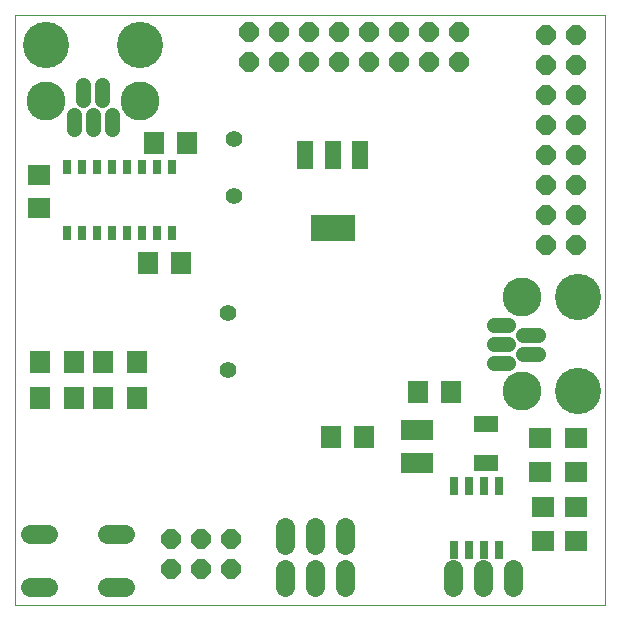
<source format=gbs>
G75*
%MOIN*%
%OFA0B0*%
%FSLAX25Y25*%
%IPPOS*%
%LPD*%
%AMOC8*
5,1,8,0,0,1.08239X$1,22.5*
%
%ADD10C,0.00000*%
%ADD11C,0.06400*%
%ADD12R,0.11030X0.06699*%
%ADD13OC8,0.06400*%
%ADD14R,0.02762X0.05912*%
%ADD15R,0.08400X0.05400*%
%ADD16R,0.07498X0.06699*%
%ADD17C,0.15400*%
%ADD18C,0.12998*%
%ADD19C,0.05156*%
%ADD20R,0.05200X0.09200*%
%ADD21R,0.14573X0.09061*%
%ADD22R,0.06699X0.07487*%
%ADD23R,0.06699X0.07498*%
%ADD24C,0.05600*%
%ADD25R,0.02762X0.05124*%
%ADD26R,0.07487X0.06699*%
D10*
X0002550Y0001000D02*
X0002550Y0197850D01*
X0199400Y0197850D01*
X0199400Y0001000D01*
X0002550Y0001000D01*
D11*
X0007750Y0007100D02*
X0013750Y0007100D01*
X0013750Y0024900D02*
X0007750Y0024900D01*
X0033350Y0024900D02*
X0039350Y0024900D01*
X0039350Y0007100D02*
X0033350Y0007100D01*
X0092550Y0007000D02*
X0092550Y0013000D01*
X0092550Y0021000D02*
X0092550Y0027000D01*
X0102550Y0027000D02*
X0102550Y0021000D01*
X0102550Y0013000D02*
X0102550Y0007000D01*
X0112550Y0007000D02*
X0112550Y0013000D01*
X0112550Y0021000D02*
X0112550Y0027000D01*
X0148550Y0013000D02*
X0148550Y0007000D01*
X0158550Y0007000D02*
X0158550Y0013000D01*
X0168550Y0013000D02*
X0168550Y0007000D01*
D12*
X0136550Y0048488D03*
X0136550Y0059512D03*
D13*
X0074550Y0023000D03*
X0074550Y0013000D03*
X0064550Y0013000D03*
X0064550Y0023000D03*
X0054550Y0023000D03*
X0054550Y0013000D03*
X0179550Y0121000D03*
X0179550Y0131000D03*
X0179550Y0141000D03*
X0179550Y0151000D03*
X0179550Y0161000D03*
X0179550Y0171000D03*
X0179550Y0181000D03*
X0179550Y0191000D03*
X0189550Y0191000D03*
X0189550Y0181000D03*
X0189550Y0171000D03*
X0189550Y0161000D03*
X0189550Y0151000D03*
X0189550Y0141000D03*
X0189550Y0131000D03*
X0189550Y0121000D03*
X0150550Y0182000D03*
X0150550Y0192000D03*
X0140550Y0192000D03*
X0130550Y0192000D03*
X0130550Y0182000D03*
X0140550Y0182000D03*
X0120550Y0182000D03*
X0120550Y0192000D03*
X0110550Y0192000D03*
X0110550Y0182000D03*
X0100550Y0182000D03*
X0090550Y0182000D03*
X0090550Y0192000D03*
X0100550Y0192000D03*
X0080550Y0192000D03*
X0080550Y0182000D03*
D14*
X0149050Y0040630D03*
X0154050Y0040630D03*
X0159050Y0040630D03*
X0164050Y0040630D03*
X0164050Y0019370D03*
X0159050Y0019370D03*
X0154050Y0019370D03*
X0149050Y0019370D03*
D15*
X0159550Y0048500D03*
X0159550Y0061500D03*
D16*
X0177550Y0056598D03*
X0177550Y0045402D03*
X0178550Y0033598D03*
X0189550Y0033598D03*
X0189550Y0045402D03*
X0189550Y0056598D03*
X0189550Y0022402D03*
X0178550Y0022402D03*
D17*
X0190196Y0072252D03*
X0190196Y0103748D03*
X0044298Y0187646D03*
X0012802Y0187646D03*
D18*
X0012802Y0169142D03*
X0044298Y0169142D03*
X0171692Y0103748D03*
X0171692Y0072252D03*
D19*
X0166967Y0081701D02*
X0162211Y0081701D01*
X0162211Y0088000D02*
X0166967Y0088000D01*
X0172085Y0084850D02*
X0176841Y0084850D01*
X0176841Y0091150D02*
X0172085Y0091150D01*
X0166967Y0094299D02*
X0162211Y0094299D01*
X0034849Y0159661D02*
X0034849Y0164417D01*
X0031700Y0169535D02*
X0031700Y0174291D01*
X0025400Y0174291D02*
X0025400Y0169535D01*
X0022251Y0164417D02*
X0022251Y0159661D01*
X0028550Y0159661D02*
X0028550Y0164417D01*
D20*
X0099450Y0151200D03*
X0108550Y0151200D03*
X0117650Y0151200D03*
D21*
X0108550Y0126799D03*
D22*
X0060062Y0155000D03*
X0049038Y0155000D03*
X0047038Y0115000D03*
X0058062Y0115000D03*
X0108038Y0057000D03*
X0119062Y0057000D03*
X0137038Y0072000D03*
X0148062Y0072000D03*
D23*
X0043148Y0070000D03*
X0031952Y0070000D03*
X0022148Y0070000D03*
X0010952Y0070000D03*
X0010952Y0082000D03*
X0022148Y0082000D03*
X0031952Y0082000D03*
X0043148Y0082000D03*
D24*
X0073550Y0079500D03*
X0073550Y0098500D03*
X0075550Y0137500D03*
X0075550Y0156500D03*
D25*
X0055050Y0147024D03*
X0050050Y0147024D03*
X0045050Y0147024D03*
X0040050Y0147024D03*
X0035050Y0147024D03*
X0030050Y0147024D03*
X0025050Y0147024D03*
X0020050Y0147024D03*
X0020050Y0124976D03*
X0025050Y0124976D03*
X0030050Y0124976D03*
X0035050Y0124976D03*
X0040050Y0124976D03*
X0045050Y0124976D03*
X0050050Y0124976D03*
X0055050Y0124976D03*
D26*
X0010550Y0133488D03*
X0010550Y0144512D03*
M02*

</source>
